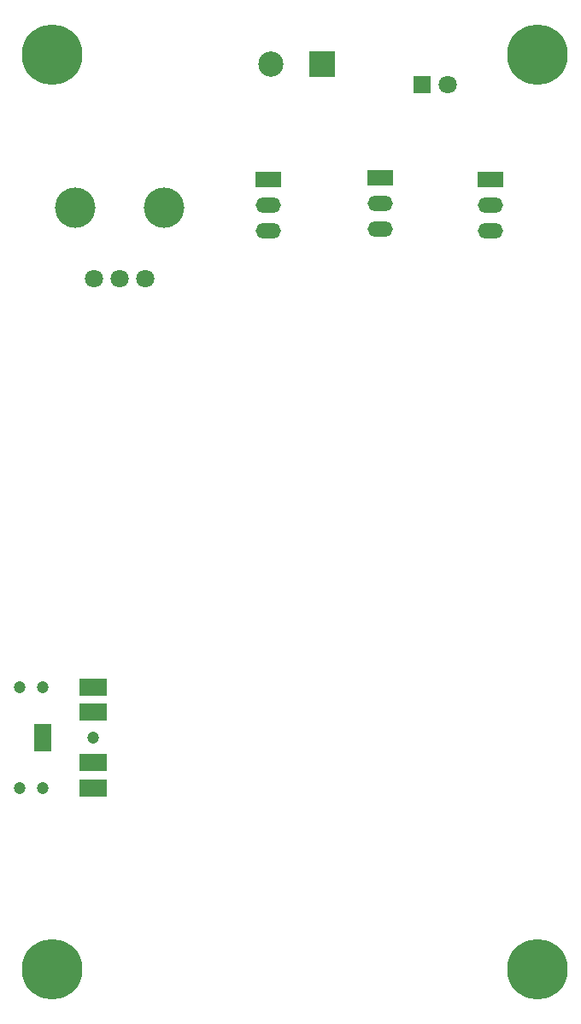
<source format=gts>
G04 #@! TF.GenerationSoftware,KiCad,Pcbnew,5.1.12-84ad8e8a86~92~ubuntu20.04.1*
G04 #@! TF.CreationDate,2021-12-15T11:08:09-07:00*
G04 #@! TF.ProjectId,The Ear Tool,54686520-4561-4722-9054-6f6f6c2e6b69,1.3*
G04 #@! TF.SameCoordinates,Original*
G04 #@! TF.FileFunction,Soldermask,Top*
G04 #@! TF.FilePolarity,Negative*
%FSLAX46Y46*%
G04 Gerber Fmt 4.6, Leading zero omitted, Abs format (unit mm)*
G04 Created by KiCad (PCBNEW 5.1.12-84ad8e8a86~92~ubuntu20.04.1) date 2021-12-15 11:08:09*
%MOMM*%
%LPD*%
G01*
G04 APERTURE LIST*
%ADD10C,1.800000*%
%ADD11R,1.800000X1.800000*%
%ADD12C,4.000000*%
%ADD13R,2.500000X1.500000*%
%ADD14O,2.500000X1.500000*%
%ADD15C,6.000000*%
%ADD16R,1.800000X2.700000*%
%ADD17R,2.700000X1.800000*%
%ADD18C,1.200000*%
%ADD19R,2.500000X2.500000*%
%ADD20C,2.500000*%
G04 APERTURE END LIST*
D10*
X44240000Y-7700000D03*
D11*
X41700000Y-7700000D03*
D12*
X16100000Y-19850000D03*
X7300000Y-19850000D03*
D10*
X14200000Y-26850000D03*
X11700000Y-26850000D03*
X9200000Y-26850000D03*
D13*
X48451340Y-17037140D03*
D14*
X48451340Y-19577140D03*
X48451340Y-22117140D03*
D13*
X26451340Y-17037140D03*
D14*
X26451340Y-19577140D03*
X26451340Y-22117140D03*
D13*
X37551340Y-16937140D03*
D14*
X37551340Y-19477140D03*
X37551340Y-22017140D03*
D15*
X5000000Y-4700000D03*
X53100000Y-4700000D03*
X5000000Y-95300000D03*
X53100000Y-95300000D03*
D16*
X4069240Y-72339280D03*
D17*
X9069240Y-67339280D03*
X9069240Y-69839280D03*
X9069240Y-74839280D03*
X9069240Y-77339280D03*
D18*
X4069240Y-67339280D03*
X9069240Y-72339280D03*
X4069240Y-77339280D03*
X1819240Y-77339280D03*
X1819240Y-67339280D03*
D19*
X31770340Y-5651400D03*
D20*
X26690340Y-5651400D03*
M02*

</source>
